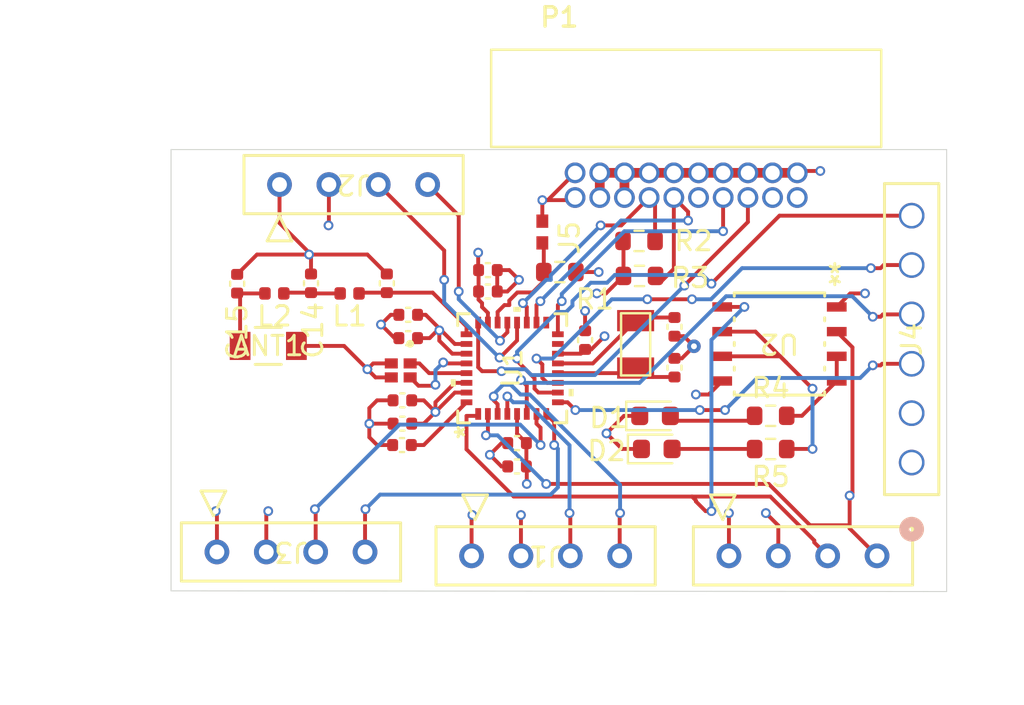
<source format=kicad_pcb>
(kicad_pcb (version 20240108) (generator "pcbnew") (generator_version "8.0")
  (layers (0 "F.Cu" signal) (1 "In1.Cu" signal) (2 "In2.Cu" signal) (31 "B.Cu" signal) (34 "B.Paste" user) (35 "F.Paste" user) (36 "B.SilkS" user "B.Silkscreen") (37 "F.SilkS" user "F.Silkscreen") (38 "B.Mask" user) (39 "F.Mask" user) (44 "Edge.Cuts" user))
  (net 0 "")
  (net 1 "GND")
  (net 2 "3.3V")
  (net 3 "VCAP")
  (net 4 "OSC32_IN")
  (net 5 "OSC32_OUT")
  (net 6 "RF")
  (net 7 "Net-(C14-Pad1)")
  (net 8 "Net-(ANT1-PadFEED)")
  (net 9 "Net-(D1-A)")
  (net 10 "Net-(D2-A)")
  (net 11 "I2C_SCL")
  (net 12 "I2C_SDA")
  (net 13 "GPIO_OUT")
  (net 14 "GPIO_IN")
  (net 15 "UART_TX")
  (net 16 "UART_RX")
  (net 17 "SPI_SCK")
  (net 18 "SPI_MOSI")
  (net 19 "SPI_NSS")
  (net 20 "SPI_MISO")
  (net 21 "BOOT0")
  (net 22 "SWCLK")
  (net 23 "SWO")
  (net 26 "SWDIO")
  (net 28 "NRST")
  (net 29 "Net-(U2--IN1)")
  (net 30 "Net-(U2--IN2)")
  (net 32 "OSC_IN")
  (net 34 "USART_TX")
  (net 35 "OSC_OUT")
  (net 36 "USART_RX")
  (footprint "PPTC061:CONN_PPTC041LFBN-RC_SUL" (layer "F.Cu") (at 224.4 115.4 180)
    (property "Reference" "J6" (hide yes))
    (property "Value" "PPTC041LFBN-RC")
  )
  (footprint "LM393:SOP8_ROM" (layer "F.Cu") (at 227 104.5 180)
    (property "Reference" "U2")
    (property "Value" "LM393F-GE2" (hide yes))
  )
  (footprint "Capacitor_SMD:C_0402_1005Metric" (layer "F.Cu") (at 213.5 110.8 180)
    (property "Reference" "C7" (hide yes))
    (property "Value" "1u" (hide yes))
  )
  (footprint "Capacitor_SMD:C_0402_1005Metric" (layer "F.Cu") (at 207.58 109.7 180)
    (property "Reference" "C10" (hide yes))
    (property "Value" "100n" (hide yes))
  )
  (footprint "JumperSW:Jumper-NO" (layer "F.Cu") (at 214.8 98.7412 90)
    (property "Reference" "J5")
    (property "Value" "Jumper_NO" (hide yes))
  )
  (footprint "Resistor_SMD:R_0603_1608Metric" (layer "F.Cu") (at 226.5464 109.905 180)
    (property "Reference" "R5")
    (property "Value" "RES_0603" (hide yes))
  )
  (footprint "W3008:ANT_W3008_PUL" (layer "F.Cu") (at 200.7 104.6)
    (property "Reference" "ANT1")
    (property "Value" "W3008")
  )
  (footprint "Inductor_SMD:L_0402_1005Metric" (layer "F.Cu") (at 204.885 101.9 180)
    (property "Reference" "L1")
    (property "Value" "3.3n" (hide yes))
  )
  (footprint "Capacitor_SMD:C_0402_1005Metric" (layer "F.Cu") (at 212 100.7)
    (property "Reference" "C9" (hide yes))
    (property "Value" "1u" (hide yes))
  )
  (footprint "Capacitor_SMD:C_0402_1005Metric" (layer "F.Cu") (at 207.6 107.4 180)
    (property "Reference" "C3" (hide yes))
    (property "Value" "100n" (hide yes))
  )
  (footprint "Capacitor_SMD:C_0402_1005Metric" (layer "F.Cu") (at 213.5 109.6 180)
    (property "Reference" "C4" (hide yes))
    (property "Value" "100n" (hide yes))
  )
  (footprint "Capacitor_SMD:C_0402_1005Metric" (layer "F.Cu") (at 207.6 108.6 180)
    (property "Reference" "C5" (hide yes))
    (property "Value" "100n" (hide yes))
  )
  (footprint "Capacitor_SMD:C_0402_1005Metric" (layer "F.Cu") (at 206.8 101.38 90)
    (property "Reference" "C13" (hide yes))
    (property "Value" "1.5p" (hide yes))
  )
  (footprint "Capacitor_SMD:C_0402_1005Metric" (layer "F.Cu") (at 207.9 103 180)
    (property "Reference" "C2" (hide yes))
    (property "Value" "470n" (hide yes))
  )
  (footprint "PPTC061:CONN_PPTC041LFBN-RC_SUL" (layer "F.Cu") (at 201.28 96.3 180)
    (property "Reference" "J2")
    (property "Value" "PPTC041LFBN-RC")
  )
  (footprint "Capacitor_SMD:C_0402_1005Metric" (layer "F.Cu") (at 207.9 104.2 180)
    (property "Reference" "C1" (hide yes))
    (property "Value" "100n" (hide yes))
  )
  (footprint "Inductor_SMD:L_0402_1005Metric" (layer "F.Cu") (at 201.015 101.9 180)
    (property "Reference" "L2")
    (property "Value" "3.3n" (hide yes))
  )
  (footprint "Capacitor_SMD:C_0402_1005Metric" (layer "F.Cu") (at 199.1 101.4 90)
    (property "Reference" "C15")
    (property "Value" "1p" (hide yes))
  )
  (footprint "LED_SMD:LED_0603_1608Metric" (layer "F.Cu") (at 220.6 108.2)
    (property "Reference" "D1")
    (property "Value" "LED" (hide yes))
  )
  (footprint "Resistor_SMD:R_0603_1608Metric" (layer "F.Cu") (at 219.8 101 180)
    (property "Reference" "R3")
    (property "Value" "100k" (hide yes))
  )
  (footprint "3220:3220-20-0200-00" (layer "F.Cu") (at 222.2 95.69705)
    (property "Reference" "P1")
    (property "Value" "3220-20-0200-00")
  )
  (footprint "PPTC061:CONN_PPTC041LFBN-RC_SUL" (layer "F.Cu") (at 198.06 115.2 180)
    (property "Reference" "J3")
    (property "Value" "PPTC041LFBN-RC")
  )
  (footprint "416F32022CKR:XTAL_416F32022CKR" (layer "F.Cu") (at 207.515 105.86 -90)
    (property "Reference" "Y2" (hide yes))
    (property "Value" "416F32022CKR" (hide yes))
  )
  (footprint "Capacitor_SMD:C_0402_1005Metric" (layer "F.Cu") (at 212 101.8)
    (property "Reference" "C8" (hide yes))
    (property "Value" "100n" (hide yes))
  )
  (footprint "Resistor_SMD:R_0603_1608Metric" (layer "F.Cu") (at 226.5464 108.195)
    (property "Reference" "R4")
    (property "Value" "RES_0603" (hide yes))
  )
  (footprint "Capacitor_SMD:C_0402_1005Metric" (layer "F.Cu") (at 202.9 101.38 90)
    (property "Reference" "C14")
    (property "Value" "1.8p" (hide yes))
  )
  (footprint "PPCC041:CONN6_061LFBN-RC_SUL" (layer "F.Cu") (at 233.8 110.6 90)
    (property "Reference" "J4")
    (property "Value" "PPTC061LFBN-RC")
  )
  (footprint "Capacitor_SMD:C_0402_1005Metric" (layer "F.Cu") (at 217 104.3 90)
    (property "Reference" "C6" (hide yes))
    (property "Value" "100n" (hide yes))
  )
  (footprint "Resistor_SMD:R_0603_1608Metric" (layer "F.Cu") (at 219.775 99.2 180)
    (property "Reference" "R2")
    (property "Value" "100k" (hide yes))
  )
  (footprint "Capacitor_SMD:C_0402_1005Metric" (layer "F.Cu") (at 221.6 103.6192 -90)
    (property "Reference" "C11" (hide yes))
    (property "Value" "6p" (hide yes))
  )
  (footprint "Resistor_SMD:R_0603_1608Metric" (layer "F.Cu") (at 215.7 100.8)
    (property "Reference" "R1")
    (property "Value" "10k" (hide yes))
  )
  (footprint "ABS07AIG-32.768KHZ-T:XTAL320X150X90" (layer "F.Cu") (at 219.6 104.5192 -90)
    (property "Reference" "Y1" (hide yes))
    (property "Value" "ABS07AIG-32.768KHZ-T" (hide yes))
  )
  (footprint "PPTC061:CONN_PPTC041LFBN-RC_SUL" (layer "F.Cu") (at 211.16 115.4 180)
    (property "Reference" "J1")
    (property "Value" "PPTC041LFBN-RC")
  )
  (footprint "Capacitor_SMD:C_0402_1005Metric" (layer "F.Cu") (at 221.6 105.7192 90)
    (property "Reference" "C12" (hide yes))
    (property "Value" "6p" (hide yes))
  )
  (footprint "LED_SMD:LED_0603_1608Metric" (layer "F.Cu") (at 220.6875 109.9)
    (property "Reference" "D2")
    (property "Value" "LED" (hide yes))
  )
  (footprint "STMWBA5:UFQFPN-32_1_STM" (layer "F.Cu") (at 213.25 105.75 90)
    (property "Reference" "U1")
    (property "Value" "STM32WBA50KGU6" (hide yes))
  )
  (gr_line (start 195.7 94.5) (end 195.7 117.2) (stroke (width 0.05)) (layer "Edge.Cuts"))
  (gr_line (start 235.6 117.23695) (end 235.6 94.5) (stroke (width 0.05)) (layer "Edge.Cuts"))
  (gr_line (start 195.7 117.2) (end 235.6 117.23695) (stroke (width 0.05)) (layer "Edge.Cuts"))
  (gr_line (start 235.6 94.5) (end 195.7 94.5) (stroke (width 0.05)) (layer "Edge.Cuts"))
  (segment (start 205.8 99.9) (end 206.8 100.9) (width 0.2) (layer "F.Cu") (net 1))
  (segment (start 207.2 104.2) (end 206.5 103.5) (width 0.2) (layer "F.Cu") (net 1))
  (segment (start 206.3 107.4) (end 205.9 107.8) (width 0.2) (layer "F.Cu") (net 1))
  (segment (start 202.9 99.9) (end 202.8 99.9) (width 0.2) (layer "F.Cu") (net 1))
  (segment (start 213.1 100.7) (end 213.6 101.2) (width 0.2) (layer "F.Cu") (net 1))
  (segment (start 205.9 108.6) (end 205.9 109.3) (width 0.2) (layer "F.Cu") (net 1))
  (segment (start 213 101.8) (end 212.48 101.8) (width 0.2) (layer "F.Cu") (net 1))
  (segment (start 221.6 104.0992) (end 222.08 104.0992) (width 0.2) (layer "F.Cu") (net 1))
  (segment (start 204.6 104.6) (end 205.8 105.8) (width 0.2) (layer "F.Cu") (net 1))
  (segment (start 220.295 95.69705) (end 227.915 95.69705) (width 0.5) (layer "F.Cu") (net 1))
  (segment (start 221.6 105.2392) (end 221.98 105.2392) (width 0.2) (layer "F.Cu") (net 1))
  (segment (start 213.02 109.6) (end 212.7 109.6) (width 0.2) (layer "F.Cu") (net 1))
  (segment (start 202.8 99.9) (end 200.12 99.9) (width 0.2) (layer "F.Cu") (net 1))
  (segment (start 224.4 115.3) (end 224.4 113.2) (width 0.2) (layer "F.Cu") (net 1))
  (segment (start 206.3 109.7) (end 207.1 109.7) (width 0.2) (layer "F.Cu") (net 1))
  (segment (start 207.42 104.2) (end 207.2 104.2) (width 0.2) (layer "F.Cu") (net 1))
  (segment (start 198.06 115.2) (end 198.06 113.16) (width 0.2) (layer "F.Cu") (net 1))
  (segment (start 218.1 109.1) (end 219 108.2) (width 0.2) (layer "F.Cu") (net 1))
  (segment (start 202.9 99.9) (end 205.8 99.9) (width 0.2) (layer "F.Cu") (net 1))
  (segment (start 207.12 107.4) (end 206.3 107.4) (width 0.2) (layer "F.Cu") (net 1))
  (segment (start 211.16 115.4) (end 211.16 113.34) (width 0.2) (layer "F.Cu") (net 1))
  (segment (start 219 108.2) (end 219.8125 108.2) (width 0.2) (layer "F.Cu") (net 1))
  (segment (start 212.1 110.2) (end 212.7 110.8) (width 0.2) (layer "F.Cu") (net 1))
  (segment (start 216.525 100.8) (end 217.7 100.8) (width 0.2) (layer "F.Cu") (net 1))
  (segment (start 212.7 110.8) (end 213.02 110.8) (width 0.2) (layer "F.Cu") (net 1))
  (segment (start 207.03 105.5) (end 206.1 105.5) (width 0.2) (layer "F.Cu") (net 1))
  (segment (start 198.06 113.16) (end 198 113.1) (width 0.2) (layer "F.Cu") (net 1))
  (segment (start 206.1 105.5) (end 205.8 105.8) (width 0.2) (layer "F.Cu") (net 1))
  (segment (start 224.4 115.4) (end 224.4 115.5) (width 0.2) (layer "F.Cu") (net 1))
  (segment (start 228.01205 95.6) (end 227.915 95.69705) (width 0.2) (layer "F.Cu") (net 1))
  (segment (start 200.12 99.9) (end 199.1 100.92) (width 0.2) (layer "F.Cu") (net 1))
  (segment (start 229.1 95.6) (end 228.01205 95.6) (width 0.2) (layer "F.Cu") (net 1))
  (segment (start 230.6414 101.9) (end 229.9464 102.595) (width 0.2) (layer "F.Cu") (net 1))
  (segment (start 202.9 99.9) (end 201.28 98.28) (width 0.2) (layer "F.Cu") (net 1))
  (segment (start 205.9 109.3) (end 206.3 109.7) (width 0.2) (layer "F.Cu") (net 1))
  (segment (start 212.48 100.7) (end 213.1 100.7) (width 0.2) (layer "F.Cu") (net 1))
  (segment (start 211.16 113.34) (end 211.2 113.3) (width 0.2) (layer "F.Cu") (net 1))
  (segment (start 218.1 109.1) (end 218.9 109.9) (width 0.2) (layer "F.Cu") (net 1))
  (segment (start 201.28 98.28) (end 201.28 96.3) (width 0.2) (layer "F.Cu") (net 1))
  (segment (start 217 103.82) (end 217 102.8) (width 0.2) (layer "F.Cu") (net 1))
  (segment (start 212.7 109.6) (end 212.1 110.2) (width 0.2) (layer "F.Cu") (net 1))
  (segment (start 217.755 95.69705) (end 220.295 95.69705) (width 0.5) (layer "F.Cu") (net 1))
  (segment (start 205.9 107.8) (end 205.9 108.6) (width 0.2) (layer "F.Cu") (net 1))
  (segment (start 219.025 96.96705) (end 219.025 95.69705) (width 0.5) (layer "F.Cu") (net 1))
  (segment (start 213.6 101.2) (end 213 101.8) (width 0.2) (layer "F.Cu") (net 1))
  (segment (start 217.755 96.96705) (end 217.755 95.69705) (width 0.5) (layer "F.Cu") (net 1))
  (segment (start 231.4 101.9) (end 230.6414 101.9) (width 0.2) (layer "F.Cu") (net 1))
  (segment (start 206.5 103.5) (end 207 103) (width 0.2) (layer "F.Cu") (net 1))
  (segment (start 222.08 104.0992) (end 222.6 104.6192) (width 0.2) (layer "F.Cu") (net 1))
  (segment (start 212.48 100.7) (end 212.48 101.8) (width 0.2) (layer "F.Cu") (net 1))
  (segment (start 218.9 109.9) (end 219.9 109.9) (width 0.2) (layer "F.Cu") (net 1))
  (segment (start 202.1478 104.6) (end 204.6 104.6) (width 0.2) (layer "F.Cu") (net 1))
  (segment (start 207.03 106.22) (end 206.22 106.22) (width 0.2) (layer "F.Cu") (net 1))
  (segment (start 207 103) (end 207.42 103) (width 0.2) (layer "F.Cu") (net 1))
  (segment (start 221.98 105.2392) (end 222.6 104.6192) (width 0.2) (layer "F.Cu") (net 1))
  (segment (start 205.9 108.6) (end 207.12 108.6) (width 0.2) (layer "F.Cu") (net 1))
  (segment (start 202.9 100.9) (end 202.9 99.9) (width 0.2) (layer "F.Cu") (net 1))
  (segment (start 206.22 106.22) (end 205.8 105.8) (width 0.2) (layer "F.Cu") (net 1))
  (segment (start 202.8 100) (end 202.9 99.9) (width 0.2) (layer "F.Cu") (net 1))
  (via (at 205.8 105.8) (size 0.5) (drill 0.3) (layers "F.Cu" "B.Cu") (net 1))
  (via (at 217.7 100.8) (size 0.5) (drill 0.3) (layers "F.Cu" "B.Cu") (net 1))
  (via (at 231.4 101.9) (size 0.5) (drill 0.3) (layers "F.Cu" "B.Cu") (net 1))
  (via (at 213.6 101.2) (size 0.5) (drill 0.3) (layers "F.Cu" "B.Cu") (net 1))
  (via (at 212.1 110.2) (size 0.5) (drill 0.3) (layers "F.Cu" "B.Cu") (net 1))
  (via (at 205.9 108.6) (size 0.5) (drill 0.3) (layers "F.Cu" "B.Cu") (net 1))
  (via (at 222.6 104.6192) (size 0.7) (drill 0.3) (layers "F.Cu" "B.Cu") (net 1))
  (via (at 229.1 95.6) (size 0.5) (drill 0.3) (layers "F.Cu" "B.Cu") (net 1))
  (via (at 211.2 113.3) (size 0.5) (drill 0.3) (layers "F.Cu" "B.Cu") (net 1))
  (via (at 202.8 99.9) (size 0.5) (drill 0.3) (layers "F.Cu" "B.Cu") (net 1))
  (via (at 218.1 109.1) (size 0.5) (drill 0.3) (layers "F.Cu" "B.Cu") (net 1))
  (via (at 217 102.8) (size 0.5) (drill 0.3) (layers "F.Cu" "B.Cu") (net 1))
  (via (at 224.4 113.2) (size 0.5) (drill 0.3) (layers "F.Cu" "B.Cu") (net 1))
  (via (at 198 113.1) (size 0.5) (drill 0.3) (layers "F.Cu" "B.Cu") (net 1))
  (via (at 206.5 103.5) (size 0.5) (drill 0.3) (layers "F.Cu" "B.Cu") (net 1))
  (segment (start 209.5 103.7) (end 209 104.2) (width 0.2) (layer "F.Cu") (net 2))
  (segment (start 209 104.2) (end 208.38 104.2) (width 0.2) (layer "F.Cu") (net 2))
  (segment (start 210.3 107) (end 210.9 107) (width 0.2) (layer "F.Cu") (net 2))
  (segment (start 209.3 108) (end 210.3 107) (width 0.2) (layer "F.Cu") (net 2))
  (segment (start 208.8 103) (end 208.38 103) (width 0.2) (layer "F.Cu") (net 2))
  (segment (start 214.8 97.1) (end 215.08205 97.1) (width 0.2) (layer "F.Cu") (net 2))
  (segment (start 226.94 113.84) (end 226.94 115.4) (width 0.2) (layer "F.Cu") (net 2))
  (segment (start 213.7 115.4) (end 213.7 113.3) (width 0.2) (layer "F.Cu") (net 2))
  (segment (start 218.975 101) (end 218.975 99.225) (width 0.2) (layer "F.Cu") (net 2))
  (segment (start 215.6 104.999999) (end 216.780001 104.999999) (width 0.2) (layer "F.Cu") (net 2))
  (segment (start 222.7 107.1) (end 223.3586 107.1) (width 0.2) (layer "F.Cu") (net 2))
  (segment (start 200.6 115.2) (end 200.6 113.2) (width 0.2) (layer "F.Cu") (net 2))
  (segment (start 209.5 103.7) (end 209.5 103.8) (width 0.2) (layer "F.Cu") (net 2))
  (segment (start 208.08 107.4) (end 208.7 107.4) (width 0.2) (layer "F.Cu") (net 2))
  (segment (start 209.5 104.330761) (end 210.169238 104.999999) (width 0.2) (layer "F.Cu") (net 2))
  (segment (start 210.299999 106.500001) (end 210.9 106.500001) (width 0.2) (layer "F.Cu") (net 2))
  (segment (start 203.8 98.4) (end 203.82 98.38) (width 0.2) (layer "F.Cu") (net 2))
  (segment (start 209.3 107.5) (end 210.299999 106.500001) (width 0.2) (layer "F.Cu") (net 2))
  (segment (start 214.8 97.1) (end 214.8 98.1824) (width 0.2) (layer "F.Cu") (net 2))
  (segment (start 226.3 113.2) (end 226.94 113.84) (width 0.2) (layer "F.Cu") (net 2))
  (segment (start 212 102.9) (end 211.7 102.6) (width 0.2) (layer "F.Cu") (net 2))
  (segment (start 217 104.78) (end 217.32 104.78) (width 0.2) (layer "F.Cu") (net 2))
  (segment (start 211.52 102.22) (end 211.52 101.8) (width 0.2) (layer "F.Cu") (net 2))
  (segment (start 217.6 101.9) (end 218.075 101.9) (width 0.2) (layer "F.Cu") (net 2))
  (segment (start 212 103.4) (end 212 102.9) (width 0.2) (layer "F.Cu") (net 2))
  (segment (start 211.7 102.4) (end 211.52 102.22) (width 0.2) (layer "F.Cu") (net 2))
  (segment (start 210.3 104.5) (end 209.5 103.7) (width 0.2) (layer "F.Cu") (net 2))
  (segment (start 217.32 104.78) (end 218 104.1) (width 0.2) (layer "F.Cu") (net 2))
  (segment (start 208.7 108.6) (end 209.3 108) (width 0.2) (layer "F.Cu") (net 2))
  (segment (start 223.3586 107.1) (end 224.0536 106.405) (width 0.2) (layer "F.Cu") (net 2))
  (segment (start 209.3 108) (end 209.3 107.5) (width 0.2) (layer "F.Cu") (net 2))
  (segment (start 218.075 101.9) (end 218.3875 101.5875) (width 0.2) (layer "F.Cu") (net 2))
  (segment (start 210.9 104.5) (end 210.3 104.5) (width 0.2) (layer "F.Cu") (net 2))
  (segment (start 214.8 97.1) (end 216.35205 97.1) (width 0.2) (layer "F.Cu") (net 2))
  (segment (start 211.52 101.8) (end 211.52 100.7) (width 0.2) (layer "F.Cu") (net 2))
  (segment (start 213.5 108.1) (end 213.5 109.12) (width 0.2) (layer "F.Cu") (net 2))
  (segment (start 209.5 103.8) (end 209.5 104.330761) (width 0.2) (layer "F.Cu") (net 2))
  (segment (start 218.975 99.525) (end 218.95 99.5) (width 0.2) (layer "F.Cu") (net 2))
  (segment (start 208.08 108.6) (end 208.7 108.6) (width 0.2) (layer "F.Cu") (net 2))
  (segment (start 216.780001 104.999999) (end 217 104.78) (width 0.2) (layer "F.Cu") (net 2))
  (segment (start 208.7 107.4) (end 209.3 108) (width 0.2) (layer "F.Cu") (net 2))
  (segment (start 215.08205 97.1) (end 216.485 95.69705) (width 0.2) (layer "F.Cu") (net 2))
  (segment (start 211.7 102.6) (end 211.7 102.4) (width 0.2) (layer "F.Cu") (net 2))
  (segment (start 214 111.7) (end 214 110.82) (width 0.2) (layer "F.Cu") (net 2))
  (segment (start 218.3875 101.5875) (end 218.975 101) (width 0.2) (layer "F.Cu") (net 2))
  (segment (start 200.6 113.2) (end 200.7 113.1) (width 0.2) (layer "F.Cu") (net 2))
  (segment (start 213.5 109.12) (end 213.98 109.6) (width 0.2) (layer "F.Cu") (net 2))
  (segment (start 211.5 99.8) (end 211.5 100.68) (width 0.2) (layer "F.Cu") (net 2))
  (segment (start 209.5 103.7) (end 208.8 103) (width 0.2) (layer "F.Cu") (net 2))
  (segment (start 216.35205 97.1) (end 216.485 96.96705) (width 0.2) (layer "F.Cu") (net 2))
  (segment (start 214 110.82) (end 213.98 110.8) (width 0.2) (layer "F.Cu") (net 2))
  (segment (start 213.98 109.6) (end 213.98 110.8) (width 0.2) (layer "F.Cu") (net 2))
  (segment (start 210.169238 104.999999) (end 210.9 104.999999) (width 0.2) (layer "F.Cu") (net 2))
  (segment (start 203.82 98.38) (end 203.82 96.3) (width 0.2) (layer "F.Cu") (net 2))
  (segment (start 211.5 100.68) (end 211.52 100.7) (width 0.2) (layer "F.Cu") (net 2))
  (via (at 214 111.7) (size 0.5) (drill 0.3) (layers "F.Cu" "B.Cu") (net 2))
  (via (at 226.3 113.2) (size 0.5) (drill 0.3) (layers "F.Cu" "B.Cu") (net 2))
  (via (at 214.8 97.1) (size 0.5) (drill 0.3) (layers "F.Cu" "B.Cu") (net 2))
  (via (at 222.7 107.1) (size 0.5) (drill 0.3) (layers "F.Cu" "B.Cu") (net 2))
  (via (at 217.6 101.9) (size 0.5) (drill 0.3) (layers "F.Cu" "B.Cu") (net 2))
  (via (at 200.7 113.1) (size 0.5) (drill 0.3) (layers "F.Cu" "B.Cu") (net 2))
  (via (at 213.7 113.3) (size 0.5) (drill 0.3) (layers "F.Cu" "B.Cu") (net 2))
  (via (at 209.5 103.8) (size 0.5) (drill 0.3) (layers "F.Cu" "B.Cu") (net 2))
  (via (at 203.8 98.4) (size 0.5) (drill 0.3) (layers "F.Cu" "B.Cu") (net 2))
  (via (at 209.3 108) (size 0.5) (drill 0.3) (layers "F.Cu" "B.Cu") (net 2))
  (via (at 218 104.1) (size 0.5) (drill 0.3) (layers "F.Cu" "B.Cu") (net 2))
  (via (at 211.5 99.8) (size 0.5) (drill 0.3) (layers "F.Cu" "B.Cu") (net 2))
  (segment (start 208.06 109.7) (end 208.699999 109.7) (width 0.2) (layer "F.Cu") (net 3))
  (segment (start 208.699999 109.7) (end 210.9 107.499999) (width 0.2) (layer "F.Cu") (net 3))
  (segment (start 217.4 105.5) (end 219.6 103.3) (width 0.2) (layer "F.Cu") (net 4))
  (segment (start 219.98 103.1392) (end 221.6 103.1392) (width 0.2) (layer "F.Cu") (net 4))
  (segment (start 219.6 103.3) (end 219.8192 103.3) (width 0.2) (layer "F.Cu") (net 4))
  (segment (start 215.6 105.5) (end 217.4 105.5) (width 0.2) (layer "F.Cu") (net 4))
  (segment (start 219.8192 103.3) (end 219.98 103.1392) (width 0.2) (layer "F.Cu") (net 4))
  (segment (start 219.3384 106) (end 219.6 105.7384) (width 0.2) (layer "F.Cu") (net 5))
  (segment (start 215.6 106) (end 219.3384 106) (width 0.2) (layer "F.Cu") (net 5))
  (segment (start 220.0608 106.1992) (end 221.6 106.1992) (width 0.2) (layer "F.Cu") (net 5))
  (segment (start 219.6 105.7384) (end 220.0608 106.1992) (width 0.2) (layer "F.Cu") (net 5))
  (segment (start 205.41 101.86) (end 205.37 101.9) (width 0.2) (layer "F.Cu") (net 6))
  (segment (start 206.8 101.86) (end 205.41 101.86) (width 0.2) (layer "F.Cu") (net 6))
  (segment (start 210.9 103.6) (end 209.16 101.86) (width 0.2) (layer "F.Cu") (net 6))
  (segment (start 209.16 101.86) (end 206.8 101.86) (width 0.2) (layer "F.Cu") (net 6))
  (segment (start 210.9 104.000001) (end 210.9 103.6) (width 0.2) (layer "F.Cu") (net 6))
  (segment (start 202.94 101.9) (end 202.9 101.86) (width 0.2) (layer "F.Cu") (net 7))
  (segment (start 201.54 101.86) (end 201.5 101.9) (width 0.2) (layer "F.Cu") (net 7))
  (segment (start 204.4 101.9) (end 202.94 101.9) (width 0.2) (layer "F.Cu") (net 7))
  (segment (start 202.9 101.86) (end 201.54 101.86) (width 0.2) (layer "F.Cu") (net 7))
  (segment (start 200.53 101.9) (end 199.12 101.9) (width 0.2) (layer "F.Cu") (net 8))
  (segment (start 199.2522 102.0322) (end 199.2522 104.6) (width 0.2) (layer "F.Cu") (net 8))
  (segment (start 199.12 101.9) (end 199.1 101.88) (width 0.2) (layer "F.Cu") (net 8))
  (segment (start 199.1 101.88) (end 199.2522 102.0322) (width 0.2) (layer "F.Cu") (net 8))
  (segment (start 221.6375 108.45) (end 225.4664 108.45) (width 0.2) (layer "F.Cu") (net 9))
  (segment (start 225.4664 108.45) (end 225.7214 108.195) (width 0.2) (layer "F.Cu") (net 9))
  (segment (start 221.3875 108.2) (end 221.6375 108.45) (width 0.2) (layer "F.Cu") (net 9))
  (segment (start 225.7164 109.9) (end 225.7214 109.905) (width 0.2) (layer "F.Cu") (net 10))
  (segment (start 221.475 109.9) (end 225.7164 109.9) (width 0.2) (layer "F.Cu") (net 10))
  (segment (start 216.24 115.4) (end 216.24 113.24) (width 0.2) (layer "F.Cu") (net 11))
  (segment (start 216.24 113.24) (end 216.2 113.2) (width 0.2) (layer "F.Cu") (net 11))
  (segment (start 213 107.2) (end 213 108.1) (width 0.2) (layer "F.Cu") (net 11))
  (via (at 213 107.2) (size 0.5) (drill 0.3) (layers "F.Cu" "B.Cu") (net 11))
  (via (at 216.2 113.2) (size 0.5) (drill 0.3) (layers "F.Cu" "B.Cu") (net 11))
  (segment (start 216.2 109.712253) (end 213.987747 107.5) (width 0.2) (layer "B.Cu") (net 11))
  (segment (start 213.3 107.5) (end 213 107.2) (width 0.2) (layer "B.Cu") (net 11))
  (segment (start 216.2 113.2) (end 216.2 109.712253) (width 0.2) (layer "B.Cu") (net 11))
  (segment (start 213.987747 107.5) (end 213.3 107.5) (width 0.2) (layer "B.Cu") (net 11))
  (segment (start 218.78 113.22) (end 218.8 113.2) (width 0.2) (layer "F.Cu") (net 12))
  (segment (start 212.499999 107.6) (end 212.499999 108.1) (width 0.2) (layer "F.Cu") (net 12))
  (segment (start 218.78 115.4) (end 218.78 113.22) (width 0.2) (layer "F.Cu") (net 12))
  (segment (start 212.299997 107.2) (end 212.299997 107.399998) (width 0.2) (layer "F.Cu") (net 12))
  (segment (start 212.299997 107.399998) (end 212.499999 107.6) (width 0.2) (layer "F.Cu") (net 12))
  (via (at 218.8 113.2) (size 0.5) (drill 0.3) (layers "F.Cu" "B.Cu") (net 12))
  (via (at 212.299997 107.2) (size 0.5) (drill 0.3) (layers "F.Cu" "B.Cu") (net 12))
  (segment (start 213.677818 107.1) (end 213.177818 106.6) (width 0.2) (layer "B.Cu") (net 12))
  (segment (start 218.8 111.746567) (end 214.153433 107.1) (width 0.2) (layer "B.Cu") (net 12))
  (segment (start 212.299997 107.076312) (end 212.299997 107.2) (width 0.2) (layer "B.Cu") (net 12))
  (segment (start 214.153433 107.1) (end 213.677818 107.1) (width 0.2) (layer "B.Cu") (net 12))
  (segment (start 213.177818 106.6) (end 212.776309 106.6) (width 0.2) (layer "B.Cu") (net 12))
  (segment (start 218.8 113.2) (end 218.8 111.746567) (width 0.2) (layer "B.Cu") (net 12))
  (segment (start 212.776309 106.6) (end 212.299997 107.076312) (width 0.2) (layer "B.Cu") (net 12))
  (segment (start 213.5 104.319239) (end 212.619236 105.200003) (width 0.2) (layer "F.Cu") (net 13))
  (segment (start 209.751152 101.200769) (end 209.751152 101.2) (width 0.2) (layer "F.Cu") (net 13))
  (segment (start 213.5 103.4) (end 213.5 104.319239) (width 0.2) (layer "F.Cu") (net 13))
  (segment (start 209.751152 101.2) (end 209.751152 99.691152) (width 0.2) (layer "F.Cu") (net 13))
  (segment (start 209.751152 99.691152) (end 206.36 96.3) (width 0.2) (layer "F.Cu") (net 13))
  (segment (start 212.619236 105.200003) (end 212.6 105.200003) (width 0.2) (layer "F.Cu") (net 13))
  (via (at 209.751152 101.2) (size 0.5) (drill 0.3) (layers "F.Cu" "B.Cu") (net 13))
  (via (at 212.6 105.200003) (size 0.5) (drill 0.3) (layers "F.Cu" "B.Cu") (net 13))
  (segment (start 212.580764 105.200003) (end 209.751152 102.370391) (width 0.2) (layer "B.Cu") (net 13))
  (segment (start 209.751152 102.370391) (end 209.751152 101.200769) (width 0.2) (layer "B.Cu") (net 13))
  (segment (start 212.6 105.200003) (end 212.580764 105.200003) (width 0.2) (layer "B.Cu") (net 13))
  (segment (start 210.5 101.7) (end 210.5 97.9) (width 0.2) (layer "F.Cu") (net 14))
  (segment (start 213 103.4) (end 213 103.9) (width 0.2) (layer "F.Cu") (net 14))
  (segment (start 210.5 97.9) (end 208.9 96.3) (width 0.2) (layer "F.Cu") (net 14))
  (segment (start 213 103.9) (end 212.6 104.3) (width 0.2) (layer "F.Cu") (net 14))
  (via (at 212.623022 104.334853) (size 0.5) (drill 0.3) (layers "F.Cu" "B.Cu") (net 14))
  (via (at 210.5 101.8) (size 0.5) (drill 0.3) (layers "F.Cu" "B.Cu") (net 14))
  (segment (start 210.5 102.2) (end 210.5 101.8) (width 0.2) (layer "B.Cu") (net 14))
  (segment (start 212.6 104.3) (end 210.5 102.2) (width 0.2) (layer "B.Cu") (net 14))
  (segment (start 210.5 101.8) (end 210.5 101.7) (width 0.2) (layer "B.Cu") (net 14))
  (segment (start 214.71 109.699608) (end 214.71 108.81) (width 0.2) (layer "F.Cu") (net 15))
  (segment (start 203.14 115.2) (end 203.14 113.04) (width 0.2) (layer "F.Cu") (net 15))
  (segment (start 214.5 108.6) (end 214.5 108.1) (width 0.2) (layer "F.Cu") (net 15))
  (segment (start 214.71 108.81) (end 214.5 108.6) (width 0.2) (layer "F.Cu") (net 15))
  (segment (start 203.14 113.04) (end 203.1 113) (width 0.2) (layer "F.Cu") (net 15))
  (via (at 214.71 109.699608) (size 0.5) (drill 0.3) (layers "F.Cu" "B.Cu") (net 15))
  (via (at 203.1 113) (size 0.5) (drill 0.3) (layers "F.Cu" "B.Cu") (net 15))
  (segment (start 207.45 108.65) (end 213.660392 108.65) (width 0.2) (layer "B.Cu") (net 15))
  (segment (start 213.660392 108.65) (end 214.71 109.699608) (width 0.2) (layer "B.Cu") (net 15))
  (segment (start 203.1 113) (end 207.45 108.65) (width 0.2) (layer "B.Cu") (net 15))
  (segment (start 205.68 115.2) (end 205.68 113.02) (width 0.2) (layer "F.Cu") (net 16))
  (segment (start 215.410002 109.700073) (end 215.410002 108.510003) (width 0.2) (layer "F.Cu") (net 16))
  (segment (start 215.410002 108.510003) (end 214.999999 108.1) (width 0.2) (layer "F.Cu") (net 16))
  (segment (start 205.68 113.02) (end 205.7 113) (width 0.2) (layer "F.Cu") (net 16))
  (via (at 205.7 113) (size 0.5) (drill 0.3) (layers "F.Cu" "B.Cu") (net 16))
  (via (at 215.410002 109.700073) (size 0.5) (drill 0.3) (layers "F.Cu" "B.Cu") (net 16))
  (segment (start 215.227818 112.25) (end 215.6 111.877818) (width 0.2) (layer "B.Cu") (net 16))
  (segment (start 215.6 109.890071) (end 215.410002 109.700073) (width 0.2) (layer "B.Cu") (net 16))
  (segment (start 215.6 111.877818) (end 215.6 109.890071) (width 0.2) (layer "B.Cu") (net 16))
  (segment (start 205.7 113) (end 206.45 112.25) (width 0.2) (layer "B.Cu") (net 16))
  (segment (start 206.45 112.25) (end 215.227818 112.25) (width 0.2) (layer "B.Cu") (net 16))
  (segment (start 232.2 105.6) (end 232.28 105.52) (width 0.2) (layer "F.Cu") (net 17))
  (segment (start 232.28 105.52) (end 233.8 105.52) (width 0.2) (layer "F.Cu") (net 17))
  (segment (start 215.6 107.499999) (end 216.099999 107.499999) (width 0.2) (layer "F.Cu") (net 17))
  (segment (start 231.8 105.6) (end 232.2 105.6) (width 0.2) (layer "F.Cu") (net 17))
  (segment (start 216.099999 107.499999) (end 216.5 107.9) (width 0.2) (layer "F.Cu") (net 17))
  (segment (start 222.9 107.9) (end 224.2 107.9) (width 0.2) (layer "F.Cu") (net 17))
  (via (at 216.5 107.9) (size 0.5) (drill 0.3) (layers "F.Cu" "B.Cu") (net 17))
  (via (at 224.2 107.9) (size 0.5) (drill 0.3) (layers "F.Cu" "B.Cu") (net 17))
  (via (at 231.8 105.6) (size 0.5) (drill 0.3) (layers "F.Cu" "B.Cu") (net 17))
  (via (at 222.9 107.9) (size 0.5) (drill 0.3) (layers "F.Cu" "B.Cu") (net 17))
  (segment (start 224.2 107.9) (end 225.85 106.25) (width 0.2) (layer "B.Cu") (net 17))
  (segment (start 231.15 106.25) (end 231.8 105.6) (width 0.2) (layer "B.Cu") (net 17))
  (segment (start 225.85 106.25) (end 231.15 106.25) (width 0.2) (layer "B.Cu") (net 17))
  (segment (start 216.5 107.9) (end 222.9 107.9) (width 0.2) (layer "B.Cu") (net 17))
  (segment (start 231.7 100.6) (end 232.2 100.6) (width 0.2) (layer "F.Cu") (net 18))
  (segment (start 215.6 106.500001) (end 215.050001 106.500001) (width 0.2) (layer "F.Cu") (net 18))
  (segment (start 215.050001 106.500001) (end 214.8 106.25) (width 0.2) (layer "F.Cu") (net 18))
  (segment (start 220.2 102.2) (end 222.5 102.2) (width 0.2) (layer "F.Cu") (net 18))
  (segment (start 214.8 106.25) (end 214.8 105.55) (width 0.2) (layer "F.Cu") (net 18))
  (segment (start 232.36 100.44) (end 233.8 100.44) (width 0.2) (layer "F.Cu") (net 18))
  (segment (start 214.8 105.55) (end 214.5 105.25) (width 0.2) (layer "F.Cu") (net 18))
  (segment (start 232.2 100.6) (end 232.36 100.44) (width 0.2) (layer "F.Cu") (net 18))
  (via (at 214.5 105.25) (size 0.5) (drill 0.3) (layers "F.Cu" "B.Cu") (net 18))
  (via (at 220.2 102.2) (size 0.5) (drill 0.3) (layers "F.Cu" "B.Cu") (net 18))
  (via (at 222.5 102.2) (size 0.5) (drill 0.3) (layers "F.Cu" "B.Cu") (net 18))
  (via (at 231.7 100.6) (size 0.5) (drill 0.3) (layers "F.Cu" "B.Cu") (net 18))
  (segment (start 222.5 102.2) (end 223.477818 102.2) (width 0.2) (layer "B.Cu") (net 18))
  (segment (start 214.5 105.25) (end 215.327818 105.25) (width 0.2) (layer "B.Cu") (net 18))
  (segment (start 225.077818 100.6) (end 231.7 100.6) (width 0.2) (layer "B.Cu") (net 18))
  (segment (start 215.327818 105.25) (end 218.377818 102.2) (width 0.2) (layer "B.Cu") (net 18))
  (segment (start 218.377818 102.2) (end 220.2 102.2) (width 0.2) (layer "B.Cu") (net 18))
  (segment (start 223.477818 102.2) (end 225.077818 100.6) (width 0.2) (layer "B.Cu") (net 18))
  (segment (start 231.8 103.1) (end 232.2 103.1) (width 0.2) (layer "F.Cu") (net 19))
  (segment (start 213.705635 106.35) (end 214.000001 106.644366) (width 0.2) (layer "F.Cu") (net 19))
  (segment (start 232.2 103.1) (end 232.32 102.98) (width 0.2) (layer "F.Cu") (net 19))
  (segment (start 214.000001 106.644366) (end 214.000001 108.1) (width 0.2) (layer "F.Cu") (net 19))
  (segment (start 232.32 102.98) (end 233.8 102.98) (width 0.2) (layer "F.Cu") (net 19))
  (via (at 213.705635 106.35) (size 0.5) (drill 0.3) (layers "F.Cu" "B.Cu") (net 19))
  (via (at 231.8 103.1) (size 0.5) (drill 0.3) (layers "F.Cu" "B.Cu") (net 19))
  (segment (start 224.254961 102.045) (end 230.745 102.045) (width 0.2) (layer "B.Cu") (net 19))
  (segment (start 213.855635 106.5) (end 219.799961 106.5) (width 0.2) (layer "B.Cu") (net 19))
  (segment (start 219.799961 106.5) (end 224.254961 102.045) (width 0.2) (layer "B.Cu") (net 19))
  (segment (start 230.745 102.045) (end 231.8 103.1) (width 0.2) (layer "B.Cu") (net 19))
  (segment (start 213.705635 106.35) (end 213.855635 106.5) (width 0.2) (layer "B.Cu") (net 19))
  (segment (start 214.400001 106.800001) (end 214.6 107) (width 0.2) (layer "F.Cu") (net 20))
  (segment (start 233.8 97.9) (end 227 97.9) (width 0.2) (layer "F.Cu") (net 20))
  (segment (start 214.400001 106.266548) (end 214.400001 106.800001) (width 0.2) (layer "F.Cu") (net 20))
  (segment (start 213.5 105.366547) (end 214.400001 106.266548) (width 0.2) (layer "F.Cu") (net 20))
  (segment (start 213.5 105.25) (end 213.5 105.366547) (width 0.2) (layer "F.Cu") (net 20))
  (segment (start 227 97.9) (end 223.5 101.4) (width 0.2) (layer "F.Cu") (net 20))
  (segment (start 214.6 107) (end 215.6 107) (width 0.2) (layer "F.Cu") (net 20))
  (via (at 213.5 105.25) (size 0.5) (drill 0.3) (layers "F.Cu" "B.Cu") (net 20))
  (via (at 223.5 101.4) (size 0.5) (drill 0.3) (layers "F.Cu" "B.Cu") (net 20))
  (segment (start 218.527818 100.95) (end 223.05 100.95) (width 0.2) (layer "B.Cu") (net 20))
  (segment (start 213.5 104.9) (end 215.55 102.85) (width 0.2) (layer "B.Cu") (net 20))
  (segment (start 218.127818 101.35) (end 218.527818 100.95) (width 0.2) (layer "B.Cu") (net 20))
  (segment (start 223.05 100.95) (end 223.5 101.4) (width 0.2) (layer "B.Cu") (net 20))
  (segment (start 215.55 102.85) (end 216.027818 102.85) (width 0.2) (layer "B.Cu") (net 20))
  (segment (start 213.5 105.25) (end 213.5 104.9) (width 0.2) (layer "B.Cu") (net 20))
  (segment (start 216.35 102.527818) (end 216.35 102.288909) (width 0.2) (layer "B.Cu") (net 20))
  (segment (start 217.288909 101.35) (end 218.127818 101.35) (width 0.2) (layer "B.Cu") (net 20))
  (segment (start 216.027818 102.85) (end 216.35 102.527818) (width 0.2) (layer "B.Cu") (net 20))
  (segment (start 216.35 102.288909) (end 217.288909 101.35) (width 0.2) (layer "B.Cu") (net 20))
  (segment (start 213.515686 101.85) (end 214.3 101.85) (width 0.2) (layer "F.Cu") (net 21))
  (segment (start 212.499999 102.850001) (end 212.85 102.5) (width 0.2) (layer "F.Cu") (net 21))
  (segment (start 214.3 101.85) (end 214.875 101.275) (width 0.2) (layer "F.Cu") (net 21))
  (segment (start 213.1 102.265686) (end 213.515686 101.85) (width 0.2) (layer "F.Cu") (net 21))
  (segment (start 213.1 102.5) (end 213.1 102.265686) (width 0.2) (layer "F.Cu") (net 21))
  (segment (start 214.875 101.275) (end 214.875 100.8) (width 0.2) (layer "F.Cu") (net 21))
  (segment (start 214.875 100.8) (end 214.875 99.375) (width 0.2) (layer "F.Cu") (net 21))
  (segment (start 214.875 99.375) (end 214.8 99.3) (width 0.2) (layer "F.Cu") (net 21))
  (segment (start 212.499999 103.4) (end 212.499999 102.850001) (width 0.2) (layer "F.Cu") (net 21))
  (segment (start 212.85 102.5) (end 213.1 102.5) (width 0.2) (layer "F.Cu") (net 21))
  (segment (start 214.5 102.5) (end 214.7 102.3) (width 0.2) (layer "F.Cu") (net 22))
  (segment (start 220.625 101.3) (end 220.9 101.3) (width 0.2) (layer "F.Cu") (net 22))
  (segment (start 221.565 100.635) (end 221.565 96.96705) (width 0.2) (layer "F.Cu") (net 22))
  (segment (start 214.5 103.4) (end 214.5 102.5) (width 0.2) (layer "F.Cu") (net 22))
  (segment (start 222.3 98.15) (end 222.3 97.70205) (width 0.2) (layer "F.Cu") (net 22))
  (segment (start 222.3 97.70205) (end 221.565 96.96705) (width 0.2) (layer "F.Cu") (net 22))
  (segment (start 220.9 101.3) (end 221.565 100.635) (width 0.2) (layer "F.Cu") (net 22))
  (via (at 222.3 98.15) (size 0.5) (drill 0.3) (layers "F.Cu" "B.Cu") (net 22))
  (via (at 214.7 102.3) (size 0.5) (drill 0.3) (layers "F.Cu" "B.Cu") (net 22))
  (segment (start 218.85 98.15) (end 222.3 98.15) (width 0.2) (layer "B.Cu") (net 22))
  (segment (start 214.7 102.3) (end 218.85 98.15) (width 0.2) (layer "B.Cu") (net 22))
  (segment (start 215.6 102.5) (end 215.8 102.3) (width 0.2) (layer "F.Cu") (net 23))
  (segment (start 224.1 98.7) (end 224.1 96.97205) (width 0.2) (layer "F.Cu") (net 23))
  (segment (start 215.6 104.000001) (end 215.6 102.5) (width 0.2) (layer "F.Cu") (net 23))
  (segment (start 224.1 96.97205) (end 224.105 96.96705) (width 0.2) (layer "F.Cu") (net 23))
  (via (at 215.8 102.3) (size 0.5) (drill 0.3) (layers "F.Cu" "B.Cu") (net 23))
  (via (at 224.1 98.7) (size 0.5) (drill 0.3) (layers "F.Cu" "B.Cu") (net 23))
  (segment (start 219.022182 98.7) (end 224.1 98.7) (width 0.2) (layer "B.Cu") (net 23))
  (segment (start 215.8 101.922182) (end 219.022182 98.7) (width 0.2) (layer "B.Cu") (net 23))
  (segment (start 215.8 102.3) (end 215.8 101.922182) (width 0.2) (layer "B.Cu") (net 23))
  (segment (start 220.6 99.5) (end 220.6 97.27205) (width 0.2) (layer "F.Cu") (net 26))
  (segment (start 218.86205 98.4) (end 220.295 96.96705) (width 0.2) (layer "F.Cu") (net 26))
  (segment (start 214.000001 103.4) (end 214.000001 102.600001) (width 0.2) (layer "F.Cu") (net 26))
  (segment (start 217.8 98.4) (end 218.86205 98.4) (width 0.2) (layer "F.Cu") (net 26))
  (segment (start 214.000001 102.600001) (end 213.8 102.4) (width 0.2) (layer "F.Cu") (net 26))
  (segment (start 220.6 97.27205) (end 220.295 96.96705) (width 0.2) (layer "F.Cu") (net 26))
  (via (at 217.8 98.4) (size 0.5) (drill 0.3) (layers "F.Cu" "B.Cu") (net 26))
  (via (at 213.8 102.4) (size 0.5) (drill 0.3) (layers "F.Cu" "B.Cu") (net 26))
  (segment (start 215.234314 101.2) (end 215.234314 100.965686) (width 0.2) (layer "B.Cu") (net 26))
  (segment (start 213.8 102.4) (end 215 101.2) (width 0.2) (layer "B.Cu") (net 26))
  (segment (start 215 101.2) (end 215.234314 101.2) (width 0.2) (layer "B.Cu") (net 26))
  (segment (start 215.234314 100.965686) (end 217.8 98.4) (width 0.2) (layer "B.Cu") (net 26))
  (segment (start 225.375 96.96705) (end 225.375 98.225) (width 0.2) (layer "F.Cu") (net 28))
  (segment (start 212.7 105.9) (end 211.7 105.9) (width 0.2) (layer "F.Cu") (net 28))
  (segment (start 211.500001 105.700001) (end 211.500001 103.4) (width 0.2) (layer "F.Cu") (net 28))
  (segment (start 211.7 105.9) (end 211.500001 105.700001) (width 0.2) (layer "F.Cu") (net 28))
  (segment (start 225.375 98.225) (end 222.1 101.5) (width 0.2) (layer "F.Cu") (net 28))
  (via (at 212.7 105.9) (size 0.5) (drill 0.3) (layers "F.Cu" "B.Cu") (net 28))
  (via (at 222.1 101.5) (size 0.5) (drill 0.3) (layers "F.Cu" "B.Cu") (net 28))
  (segment (start 222.1 101.5) (end 217.5 106.1) (width 0.2) (layer "B.Cu") (net 28))
  (segment (start 214.233453 106.1) (end 213.933453 105.8) (width 0.2) (layer "B.Cu") (net 28))
  (segment (start 217.5 106.1) (end 214.233453 106.1) (width 0.2) (layer "B.Cu") (net 28))
  (segment (start 212.8 105.8) (end 212.7 105.9) (width 0.2) (layer "B.Cu") (net 28))
  (segment (start 213.933453 105.8) (end 212.8 105.8) (width 0.2) (layer "B.Cu") (net 28))
  (segment (start 228.1564 108.195) (end 229.9464 106.405) (width 0.2) (layer "F.Cu") (net 29))
  (segment (start 229.9464 106.405) (end 229.9464 105.135) (width 0.2) (layer "F.Cu") (net 29))
  (segment (start 227.3714 108.195) (end 228.1564 108.195) (width 0.2) (layer "F.Cu") (net 29))
  (segment (start 227.035 105.135) (end 224.0536 105.135) (width 0.2) (layer "F.Cu") (net 30))
  (segment (start 228.7 109.9) (end 227.3764 109.9) (width 0.2) (layer "F.Cu") (net 30))
  (segment (start 225.765 103.865) (end 227.35 105.45) (width 0.2) (layer "F.Cu") (net 30))
  (segment (start 227.3764 109.9) (end 227.3714 109.905) (width 0.2) (layer "F.Cu") (net 30))
  (segment (start 224.0536 103.865) (end 225.765 103.865) (width 0.2) (layer "F.Cu") (net 30))
  (segment (start 227.35 105.45) (end 227.035 105.135) (width 0.2) (layer "F.Cu") (net 30))
  (segment (start 228.7 106.8) (end 227.35 105.45) (width 0.2) (layer "F.Cu") (net 30))
  (via (at 228.7 109.9) (size 0.5) (drill 0.3) (layers "F.Cu" "B.Cu") (net 30))
  (via (at 228.7 106.8) (size 0.5) (drill 0.3) (layers "F.Cu" "B.Cu") (net 30))
  (segment (start 228.7 106.8) (end 228.7 109.9) (width 0.2) (layer "B.Cu") (net 30))
  (segment (start 208.475 105.5) (end 208 105.5) (width 0.2) (layer "F.Cu") (net 32))
  (segment (start 210.9 106) (end 208.975 106) (width 0.2) (layer "F.Cu") (net 32))
  (segment (start 208.975 106) (end 208.475 105.5) (width 0.2) (layer "F.Cu") (net 32))
  (segment (start 213.330761 112.35) (end 210.9 109.919239) (width 0.2) (layer "F.Cu") (net 34))
  (segment (start 224.0536 102.595) (end 225.195 102.595) (width 0.2) (layer "F.Cu") (net 34))
  (segment (start 228.79 114.71) (end 229.48 115.4) (width 0.2) (layer "F.Cu") (net 34))
  (segment (start 211.400001 108.2) (end 211.500001 108.1) (width 0.2) (layer "F.Cu") (net 34))
  (segment (start 222.7 112.55) (end 222.5 112.35) (width 0.2) (layer "F.Cu") (net 34))
  (segment (start 228.79 114.61) (end 228.79 114.71) (width 0.2) (layer "F.Cu") (net 34))
  (segment (start 222.5 112.35) (end 213.330761 112.35) (width 0.2) (layer "F.Cu") (net 34))
  (segment (start 223.2 113.1) (end 222.7 112.6) (width 0.2) (layer "F.Cu") (net 34))
  (segment (start 222.7 112.6) (end 222.7 112.55) (width 0.2) (layer "F.Cu") (net 34))
  (segment (start 226.53 112.35) (end 228.79 114.61) (width 0.2) (layer "F.Cu") (net 34))
  (segment (start 223.5 113.1) (end 223.2 113.1) (width 0.2) (layer "F.Cu") (net 34))
  (segment (start 210.9 108.2) (end 211.400001 108.2) (width 0.2) (layer "F.Cu") (net 34))
  (segment (start 210.9 109.919239) (end 210.9 108.2) (width 0.2) (layer "F.Cu") (net 34))
  (segment (start 222.5 112.35) (end 226.53 112.35) (width 0.2) (layer "F.Cu") (net 34))
  (via (at 223.5 113.1) (size 0.5) (drill 0.3) (layers "F.Cu" "B.Cu") (net 34))
  (via (at 225.195 102.595) (size 0.5) (drill 0.3) (layers "F.Cu" "B.Cu") (net 34))
  (segment (start 223.5 104.29) (end 223.5 113.1) (width 0.2) (layer "B.Cu") (net 34))
  (segment (start 225.195 102.595) (end 223.5 104.29) (width 0.2) (layer "B.Cu") (net 34))
  (segment (start 209.230762 106.65) (end 208.43 106.65) (width 0.2) (layer "F.Cu") (net 35))
  (segment (start 208.43 106.65) (end 208 106.22) (width 0.2) (layer "F.Cu") (net 35))
  (segment (start 209.230762 106.65) (end 209.25 106.65) (width 0.2) (layer "F.Cu") (net 35))
  (segment (start 209.25 106.65) (end 209.3 106.6) (width 0.2) (layer "F.Cu") (net 35))
  (segment (start 210.9 105.5) (end 209.75 105.5) (width 0.2) (layer "F.Cu") (net 35))
  (segment (start 209.75 105.5) (end 209.7 105.45) (width 0.2) (layer "F.Cu") (net 35))
  (via (at 209.3 106.6) (size 0.5) (drill 0.3) (layers "F.Cu" "B.Cu") (net 35))
  (via (at 209.7 105.45) (size 0.5) (drill 0.3) (layers "F.Cu" "B.Cu") (net 35))
  (segment (start 209.3 105.85) (end 209.7 105.45) (width 0.2) (layer "B.Cu") (net 35))
  (segment (start 209.3 106.6) (end 209.3 105.85) (width 0.2) (layer "B.Cu") (net 35))
  (segment (start 226.445686 111.7) (end 215 111.7) (width 0.2) (layer "F.Cu") (net 36))
  (segment (start 230.547157 113.827157) (end 228.572843 113.827157) (width 0.2) (layer "F.Cu") (net 36))
  (segment (start 211.9 109.2) (end 212 109.1) (width 0.2) (layer "F.Cu") (net 36))
  (segment (start 228.572843 113.827157) (end 226.445686 111.7) (width 0.2) (layer "F.Cu") (net 36))
  (segment (start 230.61 113.99) (end 232.02 115.4) (width 0.2) (layer "F.Cu") (net 36))
  (segment (start 230.7544 104.673) (end 229.9464 103.865) (width 0.2) (layer "F.Cu") (net 36))
  (segment (start 212 109.1) (end 212 108.1) (width 0.2) (layer "F.Cu") (net 36))
  (segment (start 230.61 112.3) (end 230.61 113.99) (width 0.2) (layer "F.Cu") (net 36))
  (segment (start 230.7544 112.1556) (end 230.7544 104.673) (width 0.2) (layer "F.Cu") (net 36))
  (segment (start 230.61 112.3) (end 230.7544 112.1556) (width 0.2) (layer "F.Cu") (net 36))
  (segment (start 230.61 112.170761) (end 230.61 112.3) (width 0.2) (layer "F.Cu") (net 36))
  (via (at 230.61 112.3) (size 0.5) (drill 0.3) (layers "F.Cu" "B.Cu") (net 36))
  (via (at 215 111.7) (size 0.5) (drill 0.3) (layers "F.Cu" "B.Cu") (net 36))
  (via (at 211.9 109.2) (size 0.5) (drill 0.3) (layers "F.Cu" "B.Cu") (net 36))
  (segment (start 215 111.7) (end 212.5 109.2) (width 0.2) (layer "B.Cu") (net 36))
  (segment (start 212.5 109.2) (end 211.9 109.2) (width 0.2) (layer "B.Cu") (net 36))
)
</source>
